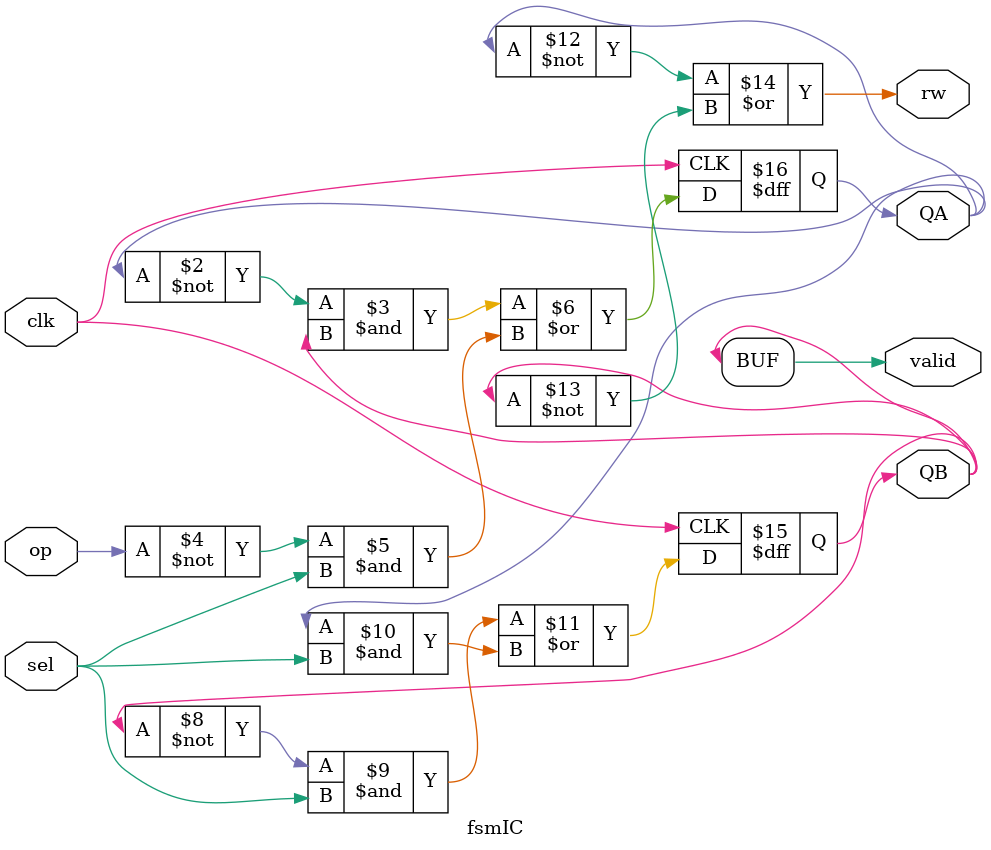
<source format=v>
`timescale 1ns / 1ps

module fsmIC(clk, op, sel, rw, valid, QA, QB);
    input clk, op, sel;
    output rw, valid;
    output reg QA;
    output reg QB;
    
    wire QA_temp, QB_temp;
    
    always@(posedge clk)
        QA <= (~QA & QB) | (~op & sel);
    
    always@(posedge clk)
        QB <= (~QB & sel) | (QA & sel);
 
    assign rw = ~QA | ~QB; // or(rw, not(QA), not(QB))
    assign valid = QB; 
endmodule
</source>
